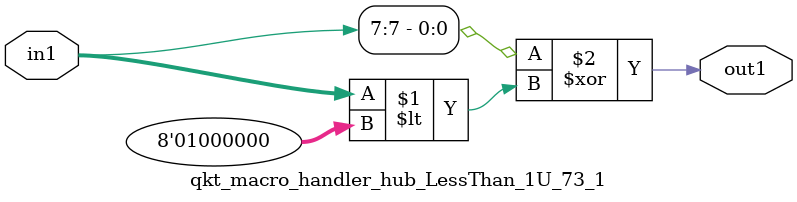
<source format=v>

`timescale 1ps / 1ps


module qkt_macro_handler_hub_LessThan_1U_73_1( in1, out1 );

    input [7:0] in1;
    output out1;

    
    // rtl_process:qkt_macro_handler_hub_LessThan_1U_73_1/qkt_macro_handler_hub_LessThan_1U_73_1_thread_1
    assign out1 = (in1[7] ^ in1 < 8'd064);

endmodule


</source>
